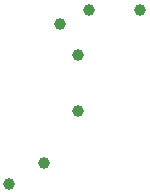
<source format=gbp>
G04*
G04 #@! TF.GenerationSoftware,Altium Limited,Altium Designer,23.3.1 (30)*
G04*
G04 Layer_Color=128*
%FSLAX44Y44*%
%MOMM*%
G71*
G04*
G04 #@! TF.SameCoordinates,3FD81306-C8D3-46B1-8163-1FBD848DCD1C*
G04*
G04*
G04 #@! TF.FilePolarity,Positive*
G04*
G01*
G75*
%ADD28C,1.0000*%
D28*
X-332740Y492760D02*
D03*
X-303530Y510540D02*
D03*
X-274320Y554990D02*
D03*
Y601980D02*
D03*
X-265430Y640080D02*
D03*
X-289560Y628650D02*
D03*
X-222015Y640338D02*
D03*
M02*

</source>
